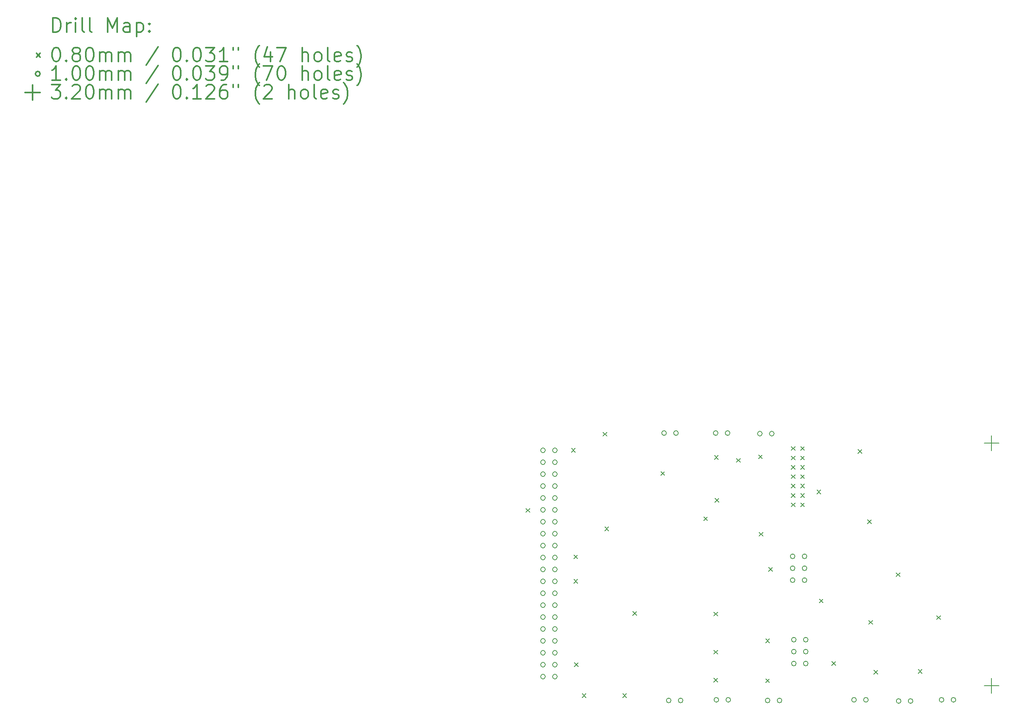
<source format=gbr>
%FSLAX45Y45*%
G04 Gerber Fmt 4.5, Leading zero omitted, Abs format (unit mm)*
G04 Created by KiCad (PCBNEW 4.0.7) date 05/24/18 10:46:34*
%MOMM*%
%LPD*%
G01*
G04 APERTURE LIST*
%ADD10C,0.127000*%
%ADD11C,0.200000*%
%ADD12C,0.300000*%
G04 APERTURE END LIST*
D10*
D11*
X10358760Y-10628000D02*
X10438760Y-10708000D01*
X10438760Y-10628000D02*
X10358760Y-10708000D01*
X11326500Y-9345300D02*
X11406500Y-9425300D01*
X11406500Y-9345300D02*
X11326500Y-9425300D01*
X11377300Y-11618600D02*
X11457300Y-11698600D01*
X11457300Y-11618600D02*
X11377300Y-11698600D01*
X11377300Y-12139300D02*
X11457300Y-12219300D01*
X11457300Y-12139300D02*
X11377300Y-12219300D01*
X11390000Y-13917300D02*
X11470000Y-13997300D01*
X11470000Y-13917300D02*
X11390000Y-13997300D01*
X11555100Y-14577700D02*
X11635100Y-14657700D01*
X11635100Y-14577700D02*
X11555100Y-14657700D01*
X11999600Y-9002400D02*
X12079600Y-9082400D01*
X12079600Y-9002400D02*
X11999600Y-9082400D01*
X12037700Y-11021700D02*
X12117700Y-11101700D01*
X12117700Y-11021700D02*
X12037700Y-11101700D01*
X12418700Y-14577700D02*
X12498700Y-14657700D01*
X12498700Y-14577700D02*
X12418700Y-14657700D01*
X12634600Y-12825100D02*
X12714600Y-12905100D01*
X12714600Y-12825100D02*
X12634600Y-12905100D01*
X13231500Y-9840600D02*
X13311500Y-9920600D01*
X13311500Y-9840600D02*
X13231500Y-9920600D01*
X14145900Y-10805800D02*
X14225900Y-10885800D01*
X14225900Y-10805800D02*
X14145900Y-10885800D01*
X14361800Y-12837800D02*
X14441800Y-12917800D01*
X14441800Y-12837800D02*
X14361800Y-12917800D01*
X14361800Y-13650600D02*
X14441800Y-13730600D01*
X14441800Y-13650600D02*
X14361800Y-13730600D01*
X14361800Y-14247500D02*
X14441800Y-14327500D01*
X14441800Y-14247500D02*
X14361800Y-14327500D01*
X14374500Y-9497700D02*
X14454500Y-9577700D01*
X14454500Y-9497700D02*
X14374500Y-9577700D01*
X14387200Y-10412100D02*
X14467200Y-10492100D01*
X14467200Y-10412100D02*
X14387200Y-10492100D01*
X14844400Y-9561200D02*
X14924400Y-9641200D01*
X14924400Y-9561200D02*
X14844400Y-9641200D01*
X15314300Y-9485000D02*
X15394300Y-9565000D01*
X15394300Y-9485000D02*
X15314300Y-9565000D01*
X15327000Y-11136000D02*
X15407000Y-11216000D01*
X15407000Y-11136000D02*
X15327000Y-11216000D01*
X15466700Y-13409300D02*
X15546700Y-13489300D01*
X15546700Y-13409300D02*
X15466700Y-13489300D01*
X15466700Y-14260200D02*
X15546700Y-14340200D01*
X15546700Y-14260200D02*
X15466700Y-14340200D01*
X15530200Y-11885300D02*
X15610200Y-11965300D01*
X15610200Y-11885300D02*
X15530200Y-11965300D01*
X16012800Y-9307200D02*
X16092800Y-9387200D01*
X16092800Y-9307200D02*
X16012800Y-9387200D01*
X16012800Y-9507200D02*
X16092800Y-9587200D01*
X16092800Y-9507200D02*
X16012800Y-9587200D01*
X16012800Y-9707200D02*
X16092800Y-9787200D01*
X16092800Y-9707200D02*
X16012800Y-9787200D01*
X16012800Y-9907200D02*
X16092800Y-9987200D01*
X16092800Y-9907200D02*
X16012800Y-9987200D01*
X16012800Y-10107200D02*
X16092800Y-10187200D01*
X16092800Y-10107200D02*
X16012800Y-10187200D01*
X16012800Y-10307200D02*
X16092800Y-10387200D01*
X16092800Y-10307200D02*
X16012800Y-10387200D01*
X16012800Y-10507200D02*
X16092800Y-10587200D01*
X16092800Y-10507200D02*
X16012800Y-10587200D01*
X16212800Y-9307200D02*
X16292800Y-9387200D01*
X16292800Y-9307200D02*
X16212800Y-9387200D01*
X16212800Y-9507200D02*
X16292800Y-9587200D01*
X16292800Y-9507200D02*
X16212800Y-9587200D01*
X16212800Y-9707200D02*
X16292800Y-9787200D01*
X16292800Y-9707200D02*
X16212800Y-9787200D01*
X16212800Y-9907200D02*
X16292800Y-9987200D01*
X16292800Y-9907200D02*
X16212800Y-9987200D01*
X16212800Y-10107200D02*
X16292800Y-10187200D01*
X16292800Y-10107200D02*
X16212800Y-10187200D01*
X16212800Y-10307200D02*
X16292800Y-10387200D01*
X16292800Y-10307200D02*
X16212800Y-10387200D01*
X16212800Y-10507200D02*
X16292800Y-10587200D01*
X16292800Y-10507200D02*
X16212800Y-10587200D01*
X16558900Y-10234300D02*
X16638900Y-10314300D01*
X16638900Y-10234300D02*
X16558900Y-10314300D01*
X16609700Y-12558400D02*
X16689700Y-12638400D01*
X16689700Y-12558400D02*
X16609700Y-12638400D01*
X16876400Y-13891900D02*
X16956400Y-13971900D01*
X16956400Y-13891900D02*
X16876400Y-13971900D01*
X17435200Y-9370700D02*
X17515200Y-9450700D01*
X17515200Y-9370700D02*
X17435200Y-9450700D01*
X17638400Y-10869300D02*
X17718400Y-10949300D01*
X17718400Y-10869300D02*
X17638400Y-10949300D01*
X17663800Y-13015600D02*
X17743800Y-13095600D01*
X17743800Y-13015600D02*
X17663800Y-13095600D01*
X17775560Y-14077320D02*
X17855560Y-14157320D01*
X17855560Y-14077320D02*
X17775560Y-14157320D01*
X18248000Y-11999600D02*
X18328000Y-12079600D01*
X18328000Y-11999600D02*
X18248000Y-12079600D01*
X18717900Y-14059540D02*
X18797900Y-14139540D01*
X18797900Y-14059540D02*
X18717900Y-14139540D01*
X19111600Y-12914000D02*
X19191600Y-12994000D01*
X19191600Y-12914000D02*
X19111600Y-12994000D01*
X10768800Y-9385300D02*
G75*
G03X10768800Y-9385300I-50000J0D01*
G01*
X10768800Y-9639300D02*
G75*
G03X10768800Y-9639300I-50000J0D01*
G01*
X10768800Y-9893300D02*
G75*
G03X10768800Y-9893300I-50000J0D01*
G01*
X10768800Y-10147300D02*
G75*
G03X10768800Y-10147300I-50000J0D01*
G01*
X10768800Y-10401300D02*
G75*
G03X10768800Y-10401300I-50000J0D01*
G01*
X10768800Y-10655300D02*
G75*
G03X10768800Y-10655300I-50000J0D01*
G01*
X10768800Y-10909300D02*
G75*
G03X10768800Y-10909300I-50000J0D01*
G01*
X10768800Y-11163300D02*
G75*
G03X10768800Y-11163300I-50000J0D01*
G01*
X10768800Y-11417300D02*
G75*
G03X10768800Y-11417300I-50000J0D01*
G01*
X10768800Y-11671300D02*
G75*
G03X10768800Y-11671300I-50000J0D01*
G01*
X10768800Y-11925300D02*
G75*
G03X10768800Y-11925300I-50000J0D01*
G01*
X10768800Y-12179300D02*
G75*
G03X10768800Y-12179300I-50000J0D01*
G01*
X10768800Y-12433300D02*
G75*
G03X10768800Y-12433300I-50000J0D01*
G01*
X10768800Y-12687300D02*
G75*
G03X10768800Y-12687300I-50000J0D01*
G01*
X10768800Y-12941300D02*
G75*
G03X10768800Y-12941300I-50000J0D01*
G01*
X10768800Y-13195300D02*
G75*
G03X10768800Y-13195300I-50000J0D01*
G01*
X10768800Y-13449300D02*
G75*
G03X10768800Y-13449300I-50000J0D01*
G01*
X10768800Y-13703300D02*
G75*
G03X10768800Y-13703300I-50000J0D01*
G01*
X10768800Y-13957300D02*
G75*
G03X10768800Y-13957300I-50000J0D01*
G01*
X10768800Y-14211300D02*
G75*
G03X10768800Y-14211300I-50000J0D01*
G01*
X11022800Y-9385300D02*
G75*
G03X11022800Y-9385300I-50000J0D01*
G01*
X11022800Y-9639300D02*
G75*
G03X11022800Y-9639300I-50000J0D01*
G01*
X11022800Y-9893300D02*
G75*
G03X11022800Y-9893300I-50000J0D01*
G01*
X11022800Y-10147300D02*
G75*
G03X11022800Y-10147300I-50000J0D01*
G01*
X11022800Y-10401300D02*
G75*
G03X11022800Y-10401300I-50000J0D01*
G01*
X11022800Y-10655300D02*
G75*
G03X11022800Y-10655300I-50000J0D01*
G01*
X11022800Y-10909300D02*
G75*
G03X11022800Y-10909300I-50000J0D01*
G01*
X11022800Y-11163300D02*
G75*
G03X11022800Y-11163300I-50000J0D01*
G01*
X11022800Y-11417300D02*
G75*
G03X11022800Y-11417300I-50000J0D01*
G01*
X11022800Y-11671300D02*
G75*
G03X11022800Y-11671300I-50000J0D01*
G01*
X11022800Y-11925300D02*
G75*
G03X11022800Y-11925300I-50000J0D01*
G01*
X11022800Y-12179300D02*
G75*
G03X11022800Y-12179300I-50000J0D01*
G01*
X11022800Y-12433300D02*
G75*
G03X11022800Y-12433300I-50000J0D01*
G01*
X11022800Y-12687300D02*
G75*
G03X11022800Y-12687300I-50000J0D01*
G01*
X11022800Y-12941300D02*
G75*
G03X11022800Y-12941300I-50000J0D01*
G01*
X11022800Y-13195300D02*
G75*
G03X11022800Y-13195300I-50000J0D01*
G01*
X11022800Y-13449300D02*
G75*
G03X11022800Y-13449300I-50000J0D01*
G01*
X11022800Y-13703300D02*
G75*
G03X11022800Y-13703300I-50000J0D01*
G01*
X11022800Y-13957300D02*
G75*
G03X11022800Y-13957300I-50000J0D01*
G01*
X11022800Y-14211300D02*
G75*
G03X11022800Y-14211300I-50000J0D01*
G01*
X13350000Y-9017500D02*
G75*
G03X13350000Y-9017500I-50000J0D01*
G01*
X13448500Y-14719300D02*
G75*
G03X13448500Y-14719300I-50000J0D01*
G01*
X13604000Y-9017500D02*
G75*
G03X13604000Y-9017500I-50000J0D01*
G01*
X13702500Y-14719300D02*
G75*
G03X13702500Y-14719300I-50000J0D01*
G01*
X14450000Y-9017500D02*
G75*
G03X14450000Y-9017500I-50000J0D01*
G01*
X14464500Y-14706600D02*
G75*
G03X14464500Y-14706600I-50000J0D01*
G01*
X14704000Y-9017500D02*
G75*
G03X14704000Y-9017500I-50000J0D01*
G01*
X14718500Y-14706600D02*
G75*
G03X14718500Y-14706600I-50000J0D01*
G01*
X15391600Y-9029700D02*
G75*
G03X15391600Y-9029700I-50000J0D01*
G01*
X15556700Y-14719300D02*
G75*
G03X15556700Y-14719300I-50000J0D01*
G01*
X15645600Y-9029700D02*
G75*
G03X15645600Y-9029700I-50000J0D01*
G01*
X15810700Y-14719300D02*
G75*
G03X15810700Y-14719300I-50000J0D01*
G01*
X16090100Y-11645900D02*
G75*
G03X16090100Y-11645900I-50000J0D01*
G01*
X16090100Y-11899900D02*
G75*
G03X16090100Y-11899900I-50000J0D01*
G01*
X16090100Y-12153900D02*
G75*
G03X16090100Y-12153900I-50000J0D01*
G01*
X16115500Y-13423900D02*
G75*
G03X16115500Y-13423900I-50000J0D01*
G01*
X16115500Y-13677900D02*
G75*
G03X16115500Y-13677900I-50000J0D01*
G01*
X16115500Y-13931900D02*
G75*
G03X16115500Y-13931900I-50000J0D01*
G01*
X16344100Y-11645900D02*
G75*
G03X16344100Y-11645900I-50000J0D01*
G01*
X16344100Y-11899900D02*
G75*
G03X16344100Y-11899900I-50000J0D01*
G01*
X16344100Y-12153900D02*
G75*
G03X16344100Y-12153900I-50000J0D01*
G01*
X16369500Y-13423900D02*
G75*
G03X16369500Y-13423900I-50000J0D01*
G01*
X16369500Y-13677900D02*
G75*
G03X16369500Y-13677900I-50000J0D01*
G01*
X16369500Y-13931900D02*
G75*
G03X16369500Y-13931900I-50000J0D01*
G01*
X17398200Y-14706600D02*
G75*
G03X17398200Y-14706600I-50000J0D01*
G01*
X17652200Y-14706600D02*
G75*
G03X17652200Y-14706600I-50000J0D01*
G01*
X18350700Y-14732000D02*
G75*
G03X18350700Y-14732000I-50000J0D01*
G01*
X18604700Y-14732000D02*
G75*
G03X18604700Y-14732000I-50000J0D01*
G01*
X19265100Y-14706600D02*
G75*
G03X19265100Y-14706600I-50000J0D01*
G01*
X19519100Y-14706600D02*
G75*
G03X19519100Y-14706600I-50000J0D01*
G01*
X20281900Y-9072900D02*
X20281900Y-9392900D01*
X20121900Y-9232900D02*
X20441900Y-9232900D01*
X20281900Y-14241800D02*
X20281900Y-14561800D01*
X20121900Y-14401800D02*
X20441900Y-14401800D01*
D12*
X271429Y-465714D02*
X271429Y-165714D01*
X342857Y-165714D01*
X385714Y-180000D01*
X414286Y-208571D01*
X428571Y-237143D01*
X442857Y-294286D01*
X442857Y-337143D01*
X428571Y-394286D01*
X414286Y-422857D01*
X385714Y-451429D01*
X342857Y-465714D01*
X271429Y-465714D01*
X571429Y-465714D02*
X571429Y-265714D01*
X571429Y-322857D02*
X585714Y-294286D01*
X600000Y-280000D01*
X628571Y-265714D01*
X657143Y-265714D01*
X757143Y-465714D02*
X757143Y-265714D01*
X757143Y-165714D02*
X742857Y-180000D01*
X757143Y-194286D01*
X771429Y-180000D01*
X757143Y-165714D01*
X757143Y-194286D01*
X942857Y-465714D02*
X914286Y-451429D01*
X900000Y-422857D01*
X900000Y-165714D01*
X1100000Y-465714D02*
X1071429Y-451429D01*
X1057143Y-422857D01*
X1057143Y-165714D01*
X1442857Y-465714D02*
X1442857Y-165714D01*
X1542857Y-380000D01*
X1642857Y-165714D01*
X1642857Y-465714D01*
X1914286Y-465714D02*
X1914286Y-308571D01*
X1900000Y-280000D01*
X1871429Y-265714D01*
X1814286Y-265714D01*
X1785714Y-280000D01*
X1914286Y-451429D02*
X1885714Y-465714D01*
X1814286Y-465714D01*
X1785714Y-451429D01*
X1771429Y-422857D01*
X1771429Y-394286D01*
X1785714Y-365714D01*
X1814286Y-351429D01*
X1885714Y-351429D01*
X1914286Y-337143D01*
X2057143Y-265714D02*
X2057143Y-565714D01*
X2057143Y-280000D02*
X2085714Y-265714D01*
X2142857Y-265714D01*
X2171429Y-280000D01*
X2185714Y-294286D01*
X2200000Y-322857D01*
X2200000Y-408571D01*
X2185714Y-437143D01*
X2171429Y-451429D01*
X2142857Y-465714D01*
X2085714Y-465714D01*
X2057143Y-451429D01*
X2328572Y-437143D02*
X2342857Y-451429D01*
X2328572Y-465714D01*
X2314286Y-451429D01*
X2328572Y-437143D01*
X2328572Y-465714D01*
X2328572Y-280000D02*
X2342857Y-294286D01*
X2328572Y-308571D01*
X2314286Y-294286D01*
X2328572Y-280000D01*
X2328572Y-308571D01*
X-80000Y-920000D02*
X0Y-1000000D01*
X0Y-920000D02*
X-80000Y-1000000D01*
X328571Y-795714D02*
X357143Y-795714D01*
X385714Y-810000D01*
X400000Y-824286D01*
X414286Y-852857D01*
X428571Y-910000D01*
X428571Y-981429D01*
X414286Y-1038571D01*
X400000Y-1067143D01*
X385714Y-1081429D01*
X357143Y-1095714D01*
X328571Y-1095714D01*
X300000Y-1081429D01*
X285714Y-1067143D01*
X271429Y-1038571D01*
X257143Y-981429D01*
X257143Y-910000D01*
X271429Y-852857D01*
X285714Y-824286D01*
X300000Y-810000D01*
X328571Y-795714D01*
X557143Y-1067143D02*
X571429Y-1081429D01*
X557143Y-1095714D01*
X542857Y-1081429D01*
X557143Y-1067143D01*
X557143Y-1095714D01*
X742857Y-924286D02*
X714286Y-910000D01*
X700000Y-895714D01*
X685714Y-867143D01*
X685714Y-852857D01*
X700000Y-824286D01*
X714286Y-810000D01*
X742857Y-795714D01*
X800000Y-795714D01*
X828571Y-810000D01*
X842857Y-824286D01*
X857143Y-852857D01*
X857143Y-867143D01*
X842857Y-895714D01*
X828571Y-910000D01*
X800000Y-924286D01*
X742857Y-924286D01*
X714286Y-938571D01*
X700000Y-952857D01*
X685714Y-981429D01*
X685714Y-1038571D01*
X700000Y-1067143D01*
X714286Y-1081429D01*
X742857Y-1095714D01*
X800000Y-1095714D01*
X828571Y-1081429D01*
X842857Y-1067143D01*
X857143Y-1038571D01*
X857143Y-981429D01*
X842857Y-952857D01*
X828571Y-938571D01*
X800000Y-924286D01*
X1042857Y-795714D02*
X1071429Y-795714D01*
X1100000Y-810000D01*
X1114286Y-824286D01*
X1128571Y-852857D01*
X1142857Y-910000D01*
X1142857Y-981429D01*
X1128571Y-1038571D01*
X1114286Y-1067143D01*
X1100000Y-1081429D01*
X1071429Y-1095714D01*
X1042857Y-1095714D01*
X1014286Y-1081429D01*
X1000000Y-1067143D01*
X985714Y-1038571D01*
X971429Y-981429D01*
X971429Y-910000D01*
X985714Y-852857D01*
X1000000Y-824286D01*
X1014286Y-810000D01*
X1042857Y-795714D01*
X1271429Y-1095714D02*
X1271429Y-895714D01*
X1271429Y-924286D02*
X1285714Y-910000D01*
X1314286Y-895714D01*
X1357143Y-895714D01*
X1385714Y-910000D01*
X1400000Y-938571D01*
X1400000Y-1095714D01*
X1400000Y-938571D02*
X1414286Y-910000D01*
X1442857Y-895714D01*
X1485714Y-895714D01*
X1514286Y-910000D01*
X1528571Y-938571D01*
X1528571Y-1095714D01*
X1671429Y-1095714D02*
X1671429Y-895714D01*
X1671429Y-924286D02*
X1685714Y-910000D01*
X1714286Y-895714D01*
X1757143Y-895714D01*
X1785714Y-910000D01*
X1800000Y-938571D01*
X1800000Y-1095714D01*
X1800000Y-938571D02*
X1814286Y-910000D01*
X1842857Y-895714D01*
X1885714Y-895714D01*
X1914286Y-910000D01*
X1928571Y-938571D01*
X1928571Y-1095714D01*
X2514286Y-781429D02*
X2257143Y-1167143D01*
X2900000Y-795714D02*
X2928571Y-795714D01*
X2957143Y-810000D01*
X2971428Y-824286D01*
X2985714Y-852857D01*
X3000000Y-910000D01*
X3000000Y-981429D01*
X2985714Y-1038571D01*
X2971428Y-1067143D01*
X2957143Y-1081429D01*
X2928571Y-1095714D01*
X2900000Y-1095714D01*
X2871428Y-1081429D01*
X2857143Y-1067143D01*
X2842857Y-1038571D01*
X2828571Y-981429D01*
X2828571Y-910000D01*
X2842857Y-852857D01*
X2857143Y-824286D01*
X2871428Y-810000D01*
X2900000Y-795714D01*
X3128571Y-1067143D02*
X3142857Y-1081429D01*
X3128571Y-1095714D01*
X3114286Y-1081429D01*
X3128571Y-1067143D01*
X3128571Y-1095714D01*
X3328571Y-795714D02*
X3357143Y-795714D01*
X3385714Y-810000D01*
X3400000Y-824286D01*
X3414286Y-852857D01*
X3428571Y-910000D01*
X3428571Y-981429D01*
X3414286Y-1038571D01*
X3400000Y-1067143D01*
X3385714Y-1081429D01*
X3357143Y-1095714D01*
X3328571Y-1095714D01*
X3300000Y-1081429D01*
X3285714Y-1067143D01*
X3271428Y-1038571D01*
X3257143Y-981429D01*
X3257143Y-910000D01*
X3271428Y-852857D01*
X3285714Y-824286D01*
X3300000Y-810000D01*
X3328571Y-795714D01*
X3528571Y-795714D02*
X3714286Y-795714D01*
X3614286Y-910000D01*
X3657143Y-910000D01*
X3685714Y-924286D01*
X3700000Y-938571D01*
X3714286Y-967143D01*
X3714286Y-1038571D01*
X3700000Y-1067143D01*
X3685714Y-1081429D01*
X3657143Y-1095714D01*
X3571428Y-1095714D01*
X3542857Y-1081429D01*
X3528571Y-1067143D01*
X4000000Y-1095714D02*
X3828571Y-1095714D01*
X3914286Y-1095714D02*
X3914286Y-795714D01*
X3885714Y-838571D01*
X3857143Y-867143D01*
X3828571Y-881429D01*
X4114286Y-795714D02*
X4114286Y-852857D01*
X4228571Y-795714D02*
X4228571Y-852857D01*
X4671429Y-1210000D02*
X4657143Y-1195714D01*
X4628571Y-1152857D01*
X4614286Y-1124286D01*
X4600000Y-1081429D01*
X4585714Y-1010000D01*
X4585714Y-952857D01*
X4600000Y-881429D01*
X4614286Y-838571D01*
X4628571Y-810000D01*
X4657143Y-767143D01*
X4671429Y-752857D01*
X4914286Y-895714D02*
X4914286Y-1095714D01*
X4842857Y-781429D02*
X4771429Y-995714D01*
X4957143Y-995714D01*
X5042857Y-795714D02*
X5242857Y-795714D01*
X5114286Y-1095714D01*
X5585714Y-1095714D02*
X5585714Y-795714D01*
X5714286Y-1095714D02*
X5714286Y-938571D01*
X5700000Y-910000D01*
X5671428Y-895714D01*
X5628571Y-895714D01*
X5600000Y-910000D01*
X5585714Y-924286D01*
X5900000Y-1095714D02*
X5871428Y-1081429D01*
X5857143Y-1067143D01*
X5842857Y-1038571D01*
X5842857Y-952857D01*
X5857143Y-924286D01*
X5871428Y-910000D01*
X5900000Y-895714D01*
X5942857Y-895714D01*
X5971428Y-910000D01*
X5985714Y-924286D01*
X6000000Y-952857D01*
X6000000Y-1038571D01*
X5985714Y-1067143D01*
X5971428Y-1081429D01*
X5942857Y-1095714D01*
X5900000Y-1095714D01*
X6171428Y-1095714D02*
X6142857Y-1081429D01*
X6128571Y-1052857D01*
X6128571Y-795714D01*
X6400000Y-1081429D02*
X6371429Y-1095714D01*
X6314286Y-1095714D01*
X6285714Y-1081429D01*
X6271429Y-1052857D01*
X6271429Y-938571D01*
X6285714Y-910000D01*
X6314286Y-895714D01*
X6371429Y-895714D01*
X6400000Y-910000D01*
X6414286Y-938571D01*
X6414286Y-967143D01*
X6271429Y-995714D01*
X6528571Y-1081429D02*
X6557143Y-1095714D01*
X6614286Y-1095714D01*
X6642857Y-1081429D01*
X6657143Y-1052857D01*
X6657143Y-1038571D01*
X6642857Y-1010000D01*
X6614286Y-995714D01*
X6571429Y-995714D01*
X6542857Y-981429D01*
X6528571Y-952857D01*
X6528571Y-938571D01*
X6542857Y-910000D01*
X6571429Y-895714D01*
X6614286Y-895714D01*
X6642857Y-910000D01*
X6757143Y-1210000D02*
X6771429Y-1195714D01*
X6800000Y-1152857D01*
X6814286Y-1124286D01*
X6828571Y-1081429D01*
X6842857Y-1010000D01*
X6842857Y-952857D01*
X6828571Y-881429D01*
X6814286Y-838571D01*
X6800000Y-810000D01*
X6771429Y-767143D01*
X6757143Y-752857D01*
X0Y-1356000D02*
G75*
G03X0Y-1356000I-50000J0D01*
G01*
X428571Y-1491714D02*
X257143Y-1491714D01*
X342857Y-1491714D02*
X342857Y-1191714D01*
X314286Y-1234571D01*
X285714Y-1263143D01*
X257143Y-1277429D01*
X557143Y-1463143D02*
X571429Y-1477429D01*
X557143Y-1491714D01*
X542857Y-1477429D01*
X557143Y-1463143D01*
X557143Y-1491714D01*
X757143Y-1191714D02*
X785714Y-1191714D01*
X814286Y-1206000D01*
X828571Y-1220286D01*
X842857Y-1248857D01*
X857143Y-1306000D01*
X857143Y-1377429D01*
X842857Y-1434571D01*
X828571Y-1463143D01*
X814286Y-1477429D01*
X785714Y-1491714D01*
X757143Y-1491714D01*
X728571Y-1477429D01*
X714286Y-1463143D01*
X700000Y-1434571D01*
X685714Y-1377429D01*
X685714Y-1306000D01*
X700000Y-1248857D01*
X714286Y-1220286D01*
X728571Y-1206000D01*
X757143Y-1191714D01*
X1042857Y-1191714D02*
X1071429Y-1191714D01*
X1100000Y-1206000D01*
X1114286Y-1220286D01*
X1128571Y-1248857D01*
X1142857Y-1306000D01*
X1142857Y-1377429D01*
X1128571Y-1434571D01*
X1114286Y-1463143D01*
X1100000Y-1477429D01*
X1071429Y-1491714D01*
X1042857Y-1491714D01*
X1014286Y-1477429D01*
X1000000Y-1463143D01*
X985714Y-1434571D01*
X971429Y-1377429D01*
X971429Y-1306000D01*
X985714Y-1248857D01*
X1000000Y-1220286D01*
X1014286Y-1206000D01*
X1042857Y-1191714D01*
X1271429Y-1491714D02*
X1271429Y-1291714D01*
X1271429Y-1320286D02*
X1285714Y-1306000D01*
X1314286Y-1291714D01*
X1357143Y-1291714D01*
X1385714Y-1306000D01*
X1400000Y-1334571D01*
X1400000Y-1491714D01*
X1400000Y-1334571D02*
X1414286Y-1306000D01*
X1442857Y-1291714D01*
X1485714Y-1291714D01*
X1514286Y-1306000D01*
X1528571Y-1334571D01*
X1528571Y-1491714D01*
X1671429Y-1491714D02*
X1671429Y-1291714D01*
X1671429Y-1320286D02*
X1685714Y-1306000D01*
X1714286Y-1291714D01*
X1757143Y-1291714D01*
X1785714Y-1306000D01*
X1800000Y-1334571D01*
X1800000Y-1491714D01*
X1800000Y-1334571D02*
X1814286Y-1306000D01*
X1842857Y-1291714D01*
X1885714Y-1291714D01*
X1914286Y-1306000D01*
X1928571Y-1334571D01*
X1928571Y-1491714D01*
X2514286Y-1177429D02*
X2257143Y-1563143D01*
X2900000Y-1191714D02*
X2928571Y-1191714D01*
X2957143Y-1206000D01*
X2971428Y-1220286D01*
X2985714Y-1248857D01*
X3000000Y-1306000D01*
X3000000Y-1377429D01*
X2985714Y-1434571D01*
X2971428Y-1463143D01*
X2957143Y-1477429D01*
X2928571Y-1491714D01*
X2900000Y-1491714D01*
X2871428Y-1477429D01*
X2857143Y-1463143D01*
X2842857Y-1434571D01*
X2828571Y-1377429D01*
X2828571Y-1306000D01*
X2842857Y-1248857D01*
X2857143Y-1220286D01*
X2871428Y-1206000D01*
X2900000Y-1191714D01*
X3128571Y-1463143D02*
X3142857Y-1477429D01*
X3128571Y-1491714D01*
X3114286Y-1477429D01*
X3128571Y-1463143D01*
X3128571Y-1491714D01*
X3328571Y-1191714D02*
X3357143Y-1191714D01*
X3385714Y-1206000D01*
X3400000Y-1220286D01*
X3414286Y-1248857D01*
X3428571Y-1306000D01*
X3428571Y-1377429D01*
X3414286Y-1434571D01*
X3400000Y-1463143D01*
X3385714Y-1477429D01*
X3357143Y-1491714D01*
X3328571Y-1491714D01*
X3300000Y-1477429D01*
X3285714Y-1463143D01*
X3271428Y-1434571D01*
X3257143Y-1377429D01*
X3257143Y-1306000D01*
X3271428Y-1248857D01*
X3285714Y-1220286D01*
X3300000Y-1206000D01*
X3328571Y-1191714D01*
X3528571Y-1191714D02*
X3714286Y-1191714D01*
X3614286Y-1306000D01*
X3657143Y-1306000D01*
X3685714Y-1320286D01*
X3700000Y-1334571D01*
X3714286Y-1363143D01*
X3714286Y-1434571D01*
X3700000Y-1463143D01*
X3685714Y-1477429D01*
X3657143Y-1491714D01*
X3571428Y-1491714D01*
X3542857Y-1477429D01*
X3528571Y-1463143D01*
X3857143Y-1491714D02*
X3914286Y-1491714D01*
X3942857Y-1477429D01*
X3957143Y-1463143D01*
X3985714Y-1420286D01*
X4000000Y-1363143D01*
X4000000Y-1248857D01*
X3985714Y-1220286D01*
X3971428Y-1206000D01*
X3942857Y-1191714D01*
X3885714Y-1191714D01*
X3857143Y-1206000D01*
X3842857Y-1220286D01*
X3828571Y-1248857D01*
X3828571Y-1320286D01*
X3842857Y-1348857D01*
X3857143Y-1363143D01*
X3885714Y-1377429D01*
X3942857Y-1377429D01*
X3971428Y-1363143D01*
X3985714Y-1348857D01*
X4000000Y-1320286D01*
X4114286Y-1191714D02*
X4114286Y-1248857D01*
X4228571Y-1191714D02*
X4228571Y-1248857D01*
X4671429Y-1606000D02*
X4657143Y-1591714D01*
X4628571Y-1548857D01*
X4614286Y-1520286D01*
X4600000Y-1477429D01*
X4585714Y-1406000D01*
X4585714Y-1348857D01*
X4600000Y-1277429D01*
X4614286Y-1234571D01*
X4628571Y-1206000D01*
X4657143Y-1163143D01*
X4671429Y-1148857D01*
X4757143Y-1191714D02*
X4957143Y-1191714D01*
X4828571Y-1491714D01*
X5128571Y-1191714D02*
X5157143Y-1191714D01*
X5185714Y-1206000D01*
X5200000Y-1220286D01*
X5214286Y-1248857D01*
X5228571Y-1306000D01*
X5228571Y-1377429D01*
X5214286Y-1434571D01*
X5200000Y-1463143D01*
X5185714Y-1477429D01*
X5157143Y-1491714D01*
X5128571Y-1491714D01*
X5100000Y-1477429D01*
X5085714Y-1463143D01*
X5071429Y-1434571D01*
X5057143Y-1377429D01*
X5057143Y-1306000D01*
X5071429Y-1248857D01*
X5085714Y-1220286D01*
X5100000Y-1206000D01*
X5128571Y-1191714D01*
X5585714Y-1491714D02*
X5585714Y-1191714D01*
X5714286Y-1491714D02*
X5714286Y-1334571D01*
X5700000Y-1306000D01*
X5671428Y-1291714D01*
X5628571Y-1291714D01*
X5600000Y-1306000D01*
X5585714Y-1320286D01*
X5900000Y-1491714D02*
X5871428Y-1477429D01*
X5857143Y-1463143D01*
X5842857Y-1434571D01*
X5842857Y-1348857D01*
X5857143Y-1320286D01*
X5871428Y-1306000D01*
X5900000Y-1291714D01*
X5942857Y-1291714D01*
X5971428Y-1306000D01*
X5985714Y-1320286D01*
X6000000Y-1348857D01*
X6000000Y-1434571D01*
X5985714Y-1463143D01*
X5971428Y-1477429D01*
X5942857Y-1491714D01*
X5900000Y-1491714D01*
X6171428Y-1491714D02*
X6142857Y-1477429D01*
X6128571Y-1448857D01*
X6128571Y-1191714D01*
X6400000Y-1477429D02*
X6371429Y-1491714D01*
X6314286Y-1491714D01*
X6285714Y-1477429D01*
X6271429Y-1448857D01*
X6271429Y-1334571D01*
X6285714Y-1306000D01*
X6314286Y-1291714D01*
X6371429Y-1291714D01*
X6400000Y-1306000D01*
X6414286Y-1334571D01*
X6414286Y-1363143D01*
X6271429Y-1391714D01*
X6528571Y-1477429D02*
X6557143Y-1491714D01*
X6614286Y-1491714D01*
X6642857Y-1477429D01*
X6657143Y-1448857D01*
X6657143Y-1434571D01*
X6642857Y-1406000D01*
X6614286Y-1391714D01*
X6571429Y-1391714D01*
X6542857Y-1377429D01*
X6528571Y-1348857D01*
X6528571Y-1334571D01*
X6542857Y-1306000D01*
X6571429Y-1291714D01*
X6614286Y-1291714D01*
X6642857Y-1306000D01*
X6757143Y-1606000D02*
X6771429Y-1591714D01*
X6800000Y-1548857D01*
X6814286Y-1520286D01*
X6828571Y-1477429D01*
X6842857Y-1406000D01*
X6842857Y-1348857D01*
X6828571Y-1277429D01*
X6814286Y-1234571D01*
X6800000Y-1206000D01*
X6771429Y-1163143D01*
X6757143Y-1148857D01*
X-160000Y-1592000D02*
X-160000Y-1912000D01*
X-320000Y-1752000D02*
X0Y-1752000D01*
X242857Y-1587714D02*
X428571Y-1587714D01*
X328571Y-1702000D01*
X371429Y-1702000D01*
X400000Y-1716286D01*
X414286Y-1730571D01*
X428571Y-1759143D01*
X428571Y-1830571D01*
X414286Y-1859143D01*
X400000Y-1873429D01*
X371429Y-1887714D01*
X285714Y-1887714D01*
X257143Y-1873429D01*
X242857Y-1859143D01*
X557143Y-1859143D02*
X571429Y-1873429D01*
X557143Y-1887714D01*
X542857Y-1873429D01*
X557143Y-1859143D01*
X557143Y-1887714D01*
X685714Y-1616286D02*
X700000Y-1602000D01*
X728571Y-1587714D01*
X800000Y-1587714D01*
X828571Y-1602000D01*
X842857Y-1616286D01*
X857143Y-1644857D01*
X857143Y-1673429D01*
X842857Y-1716286D01*
X671429Y-1887714D01*
X857143Y-1887714D01*
X1042857Y-1587714D02*
X1071429Y-1587714D01*
X1100000Y-1602000D01*
X1114286Y-1616286D01*
X1128571Y-1644857D01*
X1142857Y-1702000D01*
X1142857Y-1773429D01*
X1128571Y-1830571D01*
X1114286Y-1859143D01*
X1100000Y-1873429D01*
X1071429Y-1887714D01*
X1042857Y-1887714D01*
X1014286Y-1873429D01*
X1000000Y-1859143D01*
X985714Y-1830571D01*
X971429Y-1773429D01*
X971429Y-1702000D01*
X985714Y-1644857D01*
X1000000Y-1616286D01*
X1014286Y-1602000D01*
X1042857Y-1587714D01*
X1271429Y-1887714D02*
X1271429Y-1687714D01*
X1271429Y-1716286D02*
X1285714Y-1702000D01*
X1314286Y-1687714D01*
X1357143Y-1687714D01*
X1385714Y-1702000D01*
X1400000Y-1730571D01*
X1400000Y-1887714D01*
X1400000Y-1730571D02*
X1414286Y-1702000D01*
X1442857Y-1687714D01*
X1485714Y-1687714D01*
X1514286Y-1702000D01*
X1528571Y-1730571D01*
X1528571Y-1887714D01*
X1671429Y-1887714D02*
X1671429Y-1687714D01*
X1671429Y-1716286D02*
X1685714Y-1702000D01*
X1714286Y-1687714D01*
X1757143Y-1687714D01*
X1785714Y-1702000D01*
X1800000Y-1730571D01*
X1800000Y-1887714D01*
X1800000Y-1730571D02*
X1814286Y-1702000D01*
X1842857Y-1687714D01*
X1885714Y-1687714D01*
X1914286Y-1702000D01*
X1928571Y-1730571D01*
X1928571Y-1887714D01*
X2514286Y-1573429D02*
X2257143Y-1959143D01*
X2900000Y-1587714D02*
X2928571Y-1587714D01*
X2957143Y-1602000D01*
X2971428Y-1616286D01*
X2985714Y-1644857D01*
X3000000Y-1702000D01*
X3000000Y-1773429D01*
X2985714Y-1830571D01*
X2971428Y-1859143D01*
X2957143Y-1873429D01*
X2928571Y-1887714D01*
X2900000Y-1887714D01*
X2871428Y-1873429D01*
X2857143Y-1859143D01*
X2842857Y-1830571D01*
X2828571Y-1773429D01*
X2828571Y-1702000D01*
X2842857Y-1644857D01*
X2857143Y-1616286D01*
X2871428Y-1602000D01*
X2900000Y-1587714D01*
X3128571Y-1859143D02*
X3142857Y-1873429D01*
X3128571Y-1887714D01*
X3114286Y-1873429D01*
X3128571Y-1859143D01*
X3128571Y-1887714D01*
X3428571Y-1887714D02*
X3257143Y-1887714D01*
X3342857Y-1887714D02*
X3342857Y-1587714D01*
X3314286Y-1630571D01*
X3285714Y-1659143D01*
X3257143Y-1673429D01*
X3542857Y-1616286D02*
X3557143Y-1602000D01*
X3585714Y-1587714D01*
X3657143Y-1587714D01*
X3685714Y-1602000D01*
X3700000Y-1616286D01*
X3714286Y-1644857D01*
X3714286Y-1673429D01*
X3700000Y-1716286D01*
X3528571Y-1887714D01*
X3714286Y-1887714D01*
X3971428Y-1587714D02*
X3914286Y-1587714D01*
X3885714Y-1602000D01*
X3871428Y-1616286D01*
X3842857Y-1659143D01*
X3828571Y-1716286D01*
X3828571Y-1830571D01*
X3842857Y-1859143D01*
X3857143Y-1873429D01*
X3885714Y-1887714D01*
X3942857Y-1887714D01*
X3971428Y-1873429D01*
X3985714Y-1859143D01*
X4000000Y-1830571D01*
X4000000Y-1759143D01*
X3985714Y-1730571D01*
X3971428Y-1716286D01*
X3942857Y-1702000D01*
X3885714Y-1702000D01*
X3857143Y-1716286D01*
X3842857Y-1730571D01*
X3828571Y-1759143D01*
X4114286Y-1587714D02*
X4114286Y-1644857D01*
X4228571Y-1587714D02*
X4228571Y-1644857D01*
X4671429Y-2002000D02*
X4657143Y-1987714D01*
X4628571Y-1944857D01*
X4614286Y-1916286D01*
X4600000Y-1873429D01*
X4585714Y-1802000D01*
X4585714Y-1744857D01*
X4600000Y-1673429D01*
X4614286Y-1630571D01*
X4628571Y-1602000D01*
X4657143Y-1559143D01*
X4671429Y-1544857D01*
X4771429Y-1616286D02*
X4785714Y-1602000D01*
X4814286Y-1587714D01*
X4885714Y-1587714D01*
X4914286Y-1602000D01*
X4928571Y-1616286D01*
X4942857Y-1644857D01*
X4942857Y-1673429D01*
X4928571Y-1716286D01*
X4757143Y-1887714D01*
X4942857Y-1887714D01*
X5300000Y-1887714D02*
X5300000Y-1587714D01*
X5428571Y-1887714D02*
X5428571Y-1730571D01*
X5414286Y-1702000D01*
X5385714Y-1687714D01*
X5342857Y-1687714D01*
X5314286Y-1702000D01*
X5300000Y-1716286D01*
X5614286Y-1887714D02*
X5585714Y-1873429D01*
X5571429Y-1859143D01*
X5557143Y-1830571D01*
X5557143Y-1744857D01*
X5571429Y-1716286D01*
X5585714Y-1702000D01*
X5614286Y-1687714D01*
X5657143Y-1687714D01*
X5685714Y-1702000D01*
X5700000Y-1716286D01*
X5714286Y-1744857D01*
X5714286Y-1830571D01*
X5700000Y-1859143D01*
X5685714Y-1873429D01*
X5657143Y-1887714D01*
X5614286Y-1887714D01*
X5885714Y-1887714D02*
X5857143Y-1873429D01*
X5842857Y-1844857D01*
X5842857Y-1587714D01*
X6114286Y-1873429D02*
X6085714Y-1887714D01*
X6028571Y-1887714D01*
X6000000Y-1873429D01*
X5985714Y-1844857D01*
X5985714Y-1730571D01*
X6000000Y-1702000D01*
X6028571Y-1687714D01*
X6085714Y-1687714D01*
X6114286Y-1702000D01*
X6128571Y-1730571D01*
X6128571Y-1759143D01*
X5985714Y-1787714D01*
X6242857Y-1873429D02*
X6271429Y-1887714D01*
X6328571Y-1887714D01*
X6357143Y-1873429D01*
X6371429Y-1844857D01*
X6371429Y-1830571D01*
X6357143Y-1802000D01*
X6328571Y-1787714D01*
X6285714Y-1787714D01*
X6257143Y-1773429D01*
X6242857Y-1744857D01*
X6242857Y-1730571D01*
X6257143Y-1702000D01*
X6285714Y-1687714D01*
X6328571Y-1687714D01*
X6357143Y-1702000D01*
X6471428Y-2002000D02*
X6485714Y-1987714D01*
X6514286Y-1944857D01*
X6528571Y-1916286D01*
X6542857Y-1873429D01*
X6557143Y-1802000D01*
X6557143Y-1744857D01*
X6542857Y-1673429D01*
X6528571Y-1630571D01*
X6514286Y-1602000D01*
X6485714Y-1559143D01*
X6471428Y-1544857D01*
M02*

</source>
